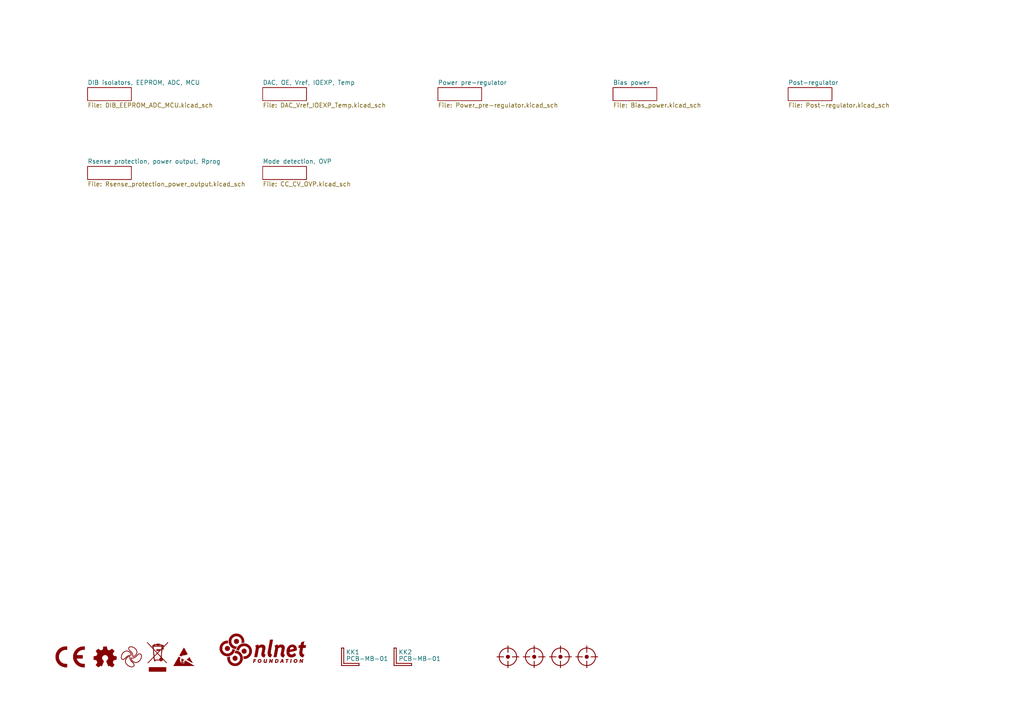
<source format=kicad_sch>
(kicad_sch (version 20250114) (generator "eeschema") (generator_version "9.0")
  (paper "A4")
  (title_block (title "${project_name}") (date "2025-10-23") (rev "${project_version}") (company "${project_creator}") (comment 1 "${project_license}") (comment 2 "${project_info}") (comment 3 "${project_url}"))
  (lib_symbols
    (symbol "PCM_EEZ_symbols:CE logo" (pin_names (offset 1.016)) (in_bom no))
    (symbol "PCM_EEZ_symbols:EEZ logo" (pin_names (offset 1.016)) (in_bom no))
    (symbol "PCM_EEZ_symbols:ESD logo" (pin_names (offset 1.016)) (in_bom no))
    (symbol "PCM_EEZ_symbols:FIDUCIAL" (in_bom no))
    (symbol "PCM_EEZ_symbols:NLnet logo" (pin_names (offset 1.016)) (in_bom no))
    (symbol "PCM_EEZ_symbols:Open HW logo" (pin_names (offset 1.016)) (in_bom no))
    (symbol "PCM_EEZ_symbols:WEEE logo" (pin_names (offset 1.016)) (in_bom no))
    (symbol "PCM_EEZ_unsorted:PCB-MB-01"
      (property "Reference" "KK" (at 1.27 3.175 0))
      (property "Value" "PCB-MB-01" (at 1.27 1.27 0))
    )
  )
  (symbol (lib_id "PCM_EEZ_unsorted:PCB-MB-01") (at 99.06 193.04 0) (unit 1)
    (property "Reference" "KK1" (at 100.33 189.865 0) (effects (justify left bottom)))
    (property "Value" "PCB-MB-01" (at 100.33 191.77 0) (effects (justify left bottom)))
    (property "Footprint" "PCM_EEZ_unsorted:PCB-MB-01" (effects (hide yes)))
    (property "DigiKey" "RPC1760-ND" (effects (hide yes)))
    (property "Mouser" "144-PCB-MB-01 " (effects (hide yes)))
    (property "TME" "RI-PCB-MB-01" (effects (hide yes)))
  )
  (symbol (lib_id "PCM_EEZ_symbols:NLnet logo") (at 63.5 187.96 0) (unit 1) (in_bom no)
    (property "Reference" "LOGO6" (effects (hide yes)))
    (property "Value" "NLnet logo" (effects (hide yes)))
    (property "Footprint" "PCM_EEZ_unsorted:NLnet logo" (effects (hide yes)))
  )
  (symbol (lib_id "PCM_EEZ_symbols:CE logo") (at 20.32 190.5 0) (unit 1) (in_bom no)
    (property "Reference" "LOGO1" (effects (hide yes)))
    (property "Value" "CR logo" (effects (hide yes)))
    (property "Footprint" "PCM_EEZ_unsorted:CE logo" (effects (hide yes)))
  )
  (symbol (lib_id "PCM_EEZ_symbols:WEEE logo") (at 45.72 190.5 0) (unit 1) (in_bom no)
    (property "Reference" "LOGO4" (effects (hide yes)))
    (property "Value" "WEEE logo" (effects (hide yes)))
    (property "Footprint" "PCM_EEZ_unsorted:WEEE logo" (effects (hide yes)))
  )
  (symbol (lib_id "PCM_EEZ_unsorted:PCB-MB-01") (at 114.3 193.04 0) (unit 1)
    (property "Reference" "KK2" (at 115.57 189.865 0) (effects (justify left bottom)))
    (property "Value" "PCB-MB-01" (at 115.57 191.77 0) (effects (justify left bottom)))
    (property "Footprint" "PCM_EEZ_unsorted:PCB-MB-01" (effects (hide yes)))
    (property "DigiKey" "RPC1760-ND" (effects (hide yes)))
    (property "Mouser" "144-PCB-MB-01 " (effects (hide yes)))
    (property "TME" "RI-PCB-MB-01" (effects (hide yes)))
  )
  (symbol (lib_id "PCM_EEZ_symbols:FIDUCIAL") (at 170.18 190.5 0) (unit 1) (in_bom no)
    (property "Reference" "FM4" (effects (hide yes)))
    (property "Value" "FIDUCIAL" (effects (hide yes)))
    (property "Footprint" "PCM_EEZ_SMD:Fiducial_0.75mm_Mask1.5mm" (effects (hide yes)))
  )
  (symbol (lib_id "PCM_EEZ_symbols:FIDUCIAL") (at 154.94 190.5 0) (unit 1) (in_bom no)
    (property "Reference" "FM2" (effects (hide yes)))
    (property "Value" "FIDUCIAL" (effects (hide yes)))
    (property "Footprint" "PCM_EEZ_SMD:Fiducial_0.75mm_Mask1.5mm" (effects (hide yes)))
  )
  (symbol (lib_id "PCM_EEZ_symbols:FIDUCIAL") (at 147.32 190.5 0) (unit 1) (in_bom no)
    (property "Reference" "FM1" (effects (hide yes)))
    (property "Value" "FIDUCIAL" (effects (hide yes)))
    (property "Footprint" "PCM_EEZ_SMD:Fiducial_0.75mm_Mask1.5mm" (effects (hide yes)))
  )
  (symbol (lib_id "PCM_EEZ_symbols:FIDUCIAL") (at 162.56 190.5 0) (unit 1) (in_bom no)
    (property "Reference" "FM3" (effects (hide yes)))
    (property "Value" "FIDUCIAL" (effects (hide yes)))
    (property "Footprint" "PCM_EEZ_SMD:Fiducial_0.75mm_Mask1.5mm" (effects (hide yes)))
  )
  (symbol (lib_id "PCM_EEZ_symbols:ESD logo") (at 53.34 190.5 0) (unit 1) (in_bom no)
    (property "Reference" "LOGO5" (effects (hide yes)))
    (property "Value" "ESD logo" (effects (hide yes)))
    (property "Footprint" "PCM_EEZ_unsorted:ESD  logo" (effects (hide yes)))
  )
  (symbol (lib_id "PCM_EEZ_symbols:Open HW logo") (at 30.48 190.5 0) (unit 1) (in_bom no)
    (property "Reference" "LOGO2" (effects (hide yes)))
    (property "Value" "Open HW logo" (effects (hide yes)))
    (property "Footprint" "PCM_EEZ_unsorted:Open HW logo" (effects (hide yes)))
  )
  (symbol (lib_id "PCM_EEZ_symbols:EEZ logo") (at 38.1 190.5 0) (unit 1) (in_bom no)
    (property "Reference" "LOGO3" (effects (hide yes)))
    (property "Value" "EEZ logo" (effects (hide yes)))
    (property "Footprint" "PCM_EEZ_unsorted:EEZ logo (outline 6mm)" (effects (hide yes)))
  )
  (sheet (at 228.6 25.4) (size 12.7 3.81)
    (property "Sheetname" "Post-regulator" (at 228.6 24.6884 0) (effects (justify left bottom)))
    (property "Sheetfile" "Post-regulator.kicad_sch" (at 228.6 29.7946 0) (effects (justify left top)))
  )
  (sheet (at 127 25.4) (size 12.7 3.81)
    (property "Sheetname" "Power pre-regulator" (at 127 24.6884 0) (effects (justify left bottom)))
    (property "Sheetfile" "Power_pre-regulator.kicad_sch" (at 127 29.7946 0) (effects (justify left top)))
  )
  (sheet (at 76.2 48.26) (size 12.7 3.81)
    (property "Sheetname" "Mode detection, OVP" (at 76.2 47.5484 0) (effects (justify left bottom)))
    (property "Sheetfile" "CC_CV_OVP.kicad_sch" (at 76.2 52.6546 0) (effects (justify left top)))
  )
  (sheet (at 25.4 48.26) (size 12.7 3.81)
    (property "Sheetname" "Rsense protection, power output, Rprog" (at 25.4 47.5484 0) (effects (justify left bottom)))
    (property "Sheetfile" "Rsense_protection_power_output.kicad_sch" (at 25.4 52.6546 0) (effects (justify left top)))
  )
  (sheet (at 177.8 25.4) (size 12.7 3.81)
    (property "Sheetname" "Bias power" (at 177.8 24.6884 0) (effects (justify left bottom)))
    (property "Sheetfile" "Bias_power.kicad_sch" (at 177.8 29.7946 0) (effects (justify left top)))
  )
  (sheet (at 76.2 25.4) (size 12.7 3.81)
    (property "Sheetname" "DAC, OE, Vref, IOEXP, Temp" (at 76.2 24.6884 0) (effects (justify left bottom)))
    (property "Sheetfile" "DAC_Vref_IOEXP_Temp.kicad_sch" (at 76.2 29.7946 0) (effects (justify left top)))
  )
  (sheet (at 25.4 25.4) (size 12.7 3.81) (stroke (width 0.1524))
    (property "Sheetname" "DIB isolators, EEPROM, ADC, MCU" (at 25.4 24.6884 0) (effects (justify left bottom)))
    (property "Sheetfile" "DIB_EEPROM_ADC_MCU.kicad_sch" (at 25.4 29.7946 0) (effects (justify left top)))
  )
)
</source>
